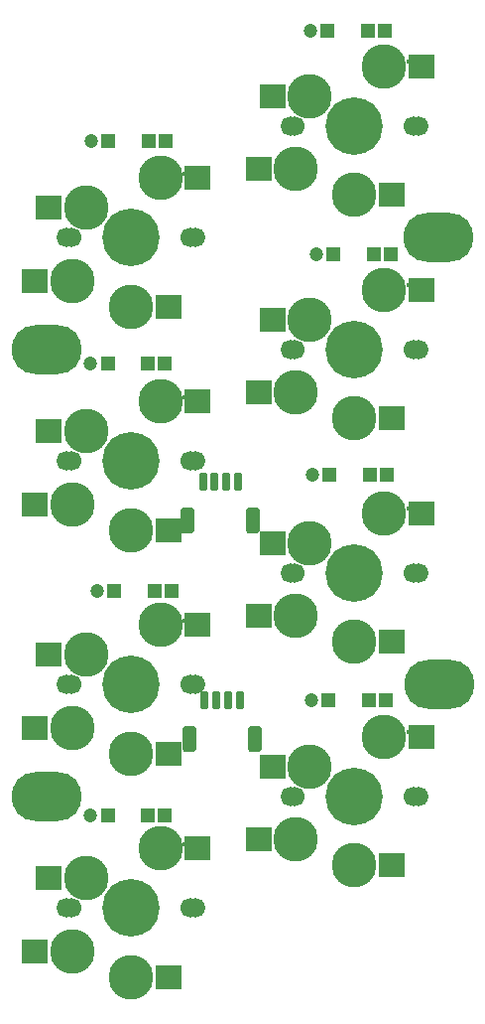
<source format=gbr>
%TF.GenerationSoftware,KiCad,Pcbnew,(7.0.0-0)*%
%TF.CreationDate,2023-02-26T21:11:16+09:00*%
%TF.ProjectId,pangaea-pcb-pinkey-k2-0.5ushift,70616e67-6165-4612-9d70-63622d70696e,rev?*%
%TF.SameCoordinates,Original*%
%TF.FileFunction,Soldermask,Bot*%
%TF.FilePolarity,Negative*%
%FSLAX46Y46*%
G04 Gerber Fmt 4.6, Leading zero omitted, Abs format (unit mm)*
G04 Created by KiCad (PCBNEW (7.0.0-0)) date 2023-02-26 21:11:16*
%MOMM*%
%LPD*%
G01*
G04 APERTURE LIST*
G04 Aperture macros list*
%AMRoundRect*
0 Rectangle with rounded corners*
0 $1 Rounding radius*
0 $2 $3 $4 $5 $6 $7 $8 $9 X,Y pos of 4 corners*
0 Add a 4 corners polygon primitive as box body*
4,1,4,$2,$3,$4,$5,$6,$7,$8,$9,$2,$3,0*
0 Add four circle primitives for the rounded corners*
1,1,$1+$1,$2,$3*
1,1,$1+$1,$4,$5*
1,1,$1+$1,$6,$7*
1,1,$1+$1,$8,$9*
0 Add four rect primitives between the rounded corners*
20,1,$1+$1,$2,$3,$4,$5,0*
20,1,$1+$1,$4,$5,$6,$7,0*
20,1,$1+$1,$6,$7,$8,$9,0*
20,1,$1+$1,$8,$9,$2,$3,0*%
G04 Aperture macros list end*
%ADD10R,1.200000X1.200000*%
%ADD11C,1.200000*%
%ADD12RoundRect,0.150000X-0.150000X-0.650000X0.150000X-0.650000X0.150000X0.650000X-0.150000X0.650000X0*%
%ADD13RoundRect,0.249600X-0.350400X-0.850400X0.350400X-0.850400X0.350400X0.850400X-0.350400X0.850400X0*%
%ADD14C,1.680000*%
%ADD15C,1.700000*%
%ADD16C,4.900000*%
%ADD17O,1.200000X0.500000*%
%ADD18R,2.200000X2.000000*%
%ADD19C,3.800000*%
%ADD20O,6.000000X4.200000*%
G04 APERTURE END LIST*
D10*
%TO.C,D18*%
X53519999Y-36369999D03*
X52069999Y-36369999D03*
X48619999Y-36369999D03*
D11*
X47170000Y-36370000D03*
%TD*%
D12*
%TO.C,J9*%
X37450000Y-55710000D03*
X38450000Y-55710000D03*
X39450000Y-55710000D03*
X40450000Y-55710000D03*
D13*
X36150000Y-59010000D03*
X41750000Y-59010000D03*
%TD*%
D14*
%TO.C,SW38*%
X44900000Y-82550000D03*
D15*
X45320000Y-82550000D03*
D16*
X50400000Y-82550000D03*
D17*
X55399999Y-77099999D03*
D15*
X55480000Y-82550000D03*
D14*
X55900000Y-82550000D03*
D18*
X42199999Y-86249999D03*
X43399999Y-80009999D03*
D19*
X45400000Y-86250000D03*
X46590000Y-80010000D03*
X50400000Y-88450000D03*
X52940000Y-77470000D03*
D18*
X53599999Y-88439999D03*
X56099999Y-77469999D03*
%TD*%
D14*
%TO.C,SW17*%
X25810000Y-53980000D03*
D15*
X26230000Y-53980000D03*
D16*
X31310000Y-53980000D03*
D17*
X36309999Y-48529999D03*
D15*
X36390000Y-53980000D03*
D14*
X36810000Y-53980000D03*
D18*
X23109999Y-57679999D03*
X24309999Y-51439999D03*
D19*
X26310000Y-57680000D03*
X27500000Y-51440000D03*
X31310000Y-59880000D03*
X33850000Y-48900000D03*
D18*
X34509999Y-59869999D03*
X37009999Y-48899999D03*
%TD*%
D10*
%TO.C,D38*%
X53049999Y-74399999D03*
X51599999Y-74399999D03*
X48149999Y-74399999D03*
D11*
X46700000Y-74400000D03*
%TD*%
D20*
%TO.C,H11*%
X24119999Y-82549999D03*
%TD*%
D14*
%TO.C,SW13*%
X25810000Y-34930000D03*
D15*
X26230000Y-34930000D03*
D16*
X31310000Y-34930000D03*
D17*
X36309999Y-29479999D03*
D15*
X36390000Y-34930000D03*
D14*
X36810000Y-34930000D03*
D18*
X23109999Y-38629999D03*
X24309999Y-32389999D03*
D19*
X26310000Y-38630000D03*
X27500000Y-32390000D03*
X31310000Y-40830000D03*
X33850000Y-29850000D03*
D18*
X34509999Y-40819999D03*
X37009999Y-29849999D03*
%TD*%
D10*
%TO.C,D13*%
X34274999Y-26699999D03*
X32824999Y-26699999D03*
X29374999Y-26699999D03*
D11*
X27925000Y-26700000D03*
%TD*%
D10*
%TO.C,D34*%
X53174999Y-55139999D03*
X51724999Y-55139999D03*
X48274999Y-55139999D03*
D11*
X46825000Y-55140000D03*
%TD*%
D14*
%TO.C,SW18*%
X44900000Y-44450000D03*
D15*
X45320000Y-44450000D03*
D16*
X50400000Y-44450000D03*
D17*
X55399999Y-38999999D03*
D15*
X55480000Y-44450000D03*
D14*
X55900000Y-44450000D03*
D18*
X42199999Y-48149999D03*
X43399999Y-41909999D03*
D19*
X45400000Y-48150000D03*
X46590000Y-41910000D03*
X50400000Y-50350000D03*
X52940000Y-39370000D03*
D18*
X53599999Y-50339999D03*
X56099999Y-39369999D03*
%TD*%
D10*
%TO.C,D33*%
X34774999Y-65049999D03*
X33324999Y-65049999D03*
X29874999Y-65049999D03*
D11*
X28425000Y-65050000D03*
%TD*%
D14*
%TO.C,SW34*%
X44900000Y-63500000D03*
D15*
X45320000Y-63500000D03*
D16*
X50400000Y-63500000D03*
D17*
X55399999Y-58049999D03*
D15*
X55480000Y-63500000D03*
D14*
X55900000Y-63500000D03*
D18*
X42199999Y-67199999D03*
X43399999Y-60959999D03*
D19*
X45400000Y-67200000D03*
X46590000Y-60960000D03*
X50400000Y-69400000D03*
X52940000Y-58420000D03*
D18*
X53599999Y-69389999D03*
X56099999Y-58419999D03*
%TD*%
%TO.C,SW33*%
X37009999Y-67949999D03*
X34509999Y-78919999D03*
D19*
X33850000Y-67950000D03*
X31310000Y-78930000D03*
X27500000Y-70490000D03*
X26310000Y-76730000D03*
D18*
X24309999Y-70489999D03*
X23109999Y-76729999D03*
D14*
X36810000Y-73030000D03*
D15*
X36390000Y-73030000D03*
D17*
X36309999Y-67579999D03*
D16*
X31310000Y-73030000D03*
D15*
X26230000Y-73030000D03*
D14*
X25810000Y-73030000D03*
%TD*%
D10*
%TO.C,D17*%
X34224999Y-45649999D03*
X32774999Y-45649999D03*
X29324999Y-45649999D03*
D11*
X27875000Y-45650000D03*
%TD*%
D20*
%TO.C,H10*%
X57599999Y-73009999D03*
%TD*%
%TO.C,H12*%
X24119999Y-44449999D03*
%TD*%
D10*
%TO.C,D37*%
X34224999Y-84199999D03*
X32774999Y-84199999D03*
X29324999Y-84199999D03*
D11*
X27875000Y-84200000D03*
%TD*%
D20*
%TO.C,H9*%
X57579999Y-34939999D03*
%TD*%
D10*
%TO.C,D14*%
X53004999Y-17329999D03*
X51554999Y-17329999D03*
X48104999Y-17329999D03*
D11*
X46655000Y-17330000D03*
%TD*%
D14*
%TO.C,SW37*%
X25810000Y-92080000D03*
D15*
X26230000Y-92080000D03*
D16*
X31310000Y-92080000D03*
D17*
X36309999Y-86629999D03*
D15*
X36390000Y-92080000D03*
D14*
X36810000Y-92080000D03*
D18*
X23109999Y-95779999D03*
X24309999Y-89539999D03*
D19*
X26310000Y-95780000D03*
X27500000Y-89540000D03*
X31310000Y-97980000D03*
X33850000Y-87000000D03*
D18*
X34509999Y-97969999D03*
X37009999Y-86999999D03*
%TD*%
D14*
%TO.C,SW14*%
X44900000Y-25400000D03*
D15*
X45320000Y-25400000D03*
D16*
X50400000Y-25400000D03*
D17*
X55399999Y-19949999D03*
D15*
X55480000Y-25400000D03*
D14*
X55900000Y-25400000D03*
D18*
X42199999Y-29099999D03*
X43399999Y-22859999D03*
D19*
X45400000Y-29100000D03*
X46590000Y-22860000D03*
X50400000Y-31300000D03*
X52940000Y-20320000D03*
D18*
X53599999Y-31289999D03*
X56099999Y-20319999D03*
%TD*%
D12*
%TO.C,J8*%
X37590000Y-74340000D03*
X38590000Y-74340000D03*
X39590000Y-74340000D03*
X40590000Y-74340000D03*
D13*
X36290000Y-77640000D03*
X41890000Y-77640000D03*
%TD*%
M02*

</source>
